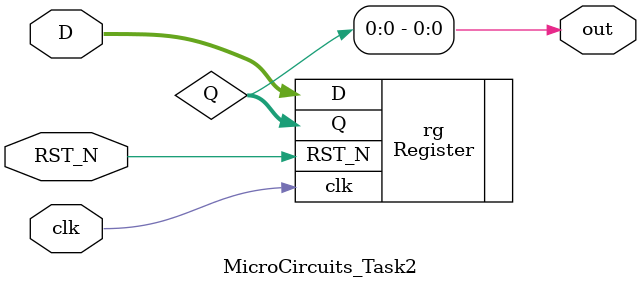
<source format=sv>
`timescale 1ns / 1ps
module MicroCircuits_Task2(
 input logic  [7:0] D,
 input logic clk,
 input logic RST_N,
output logic out
    );
      logic [7:0] Q;
Register rg (.clk(clk), .D(D), .RST_N(RST_N), .Q(Q));
xor(out, Q);
  
endmodule



</source>
